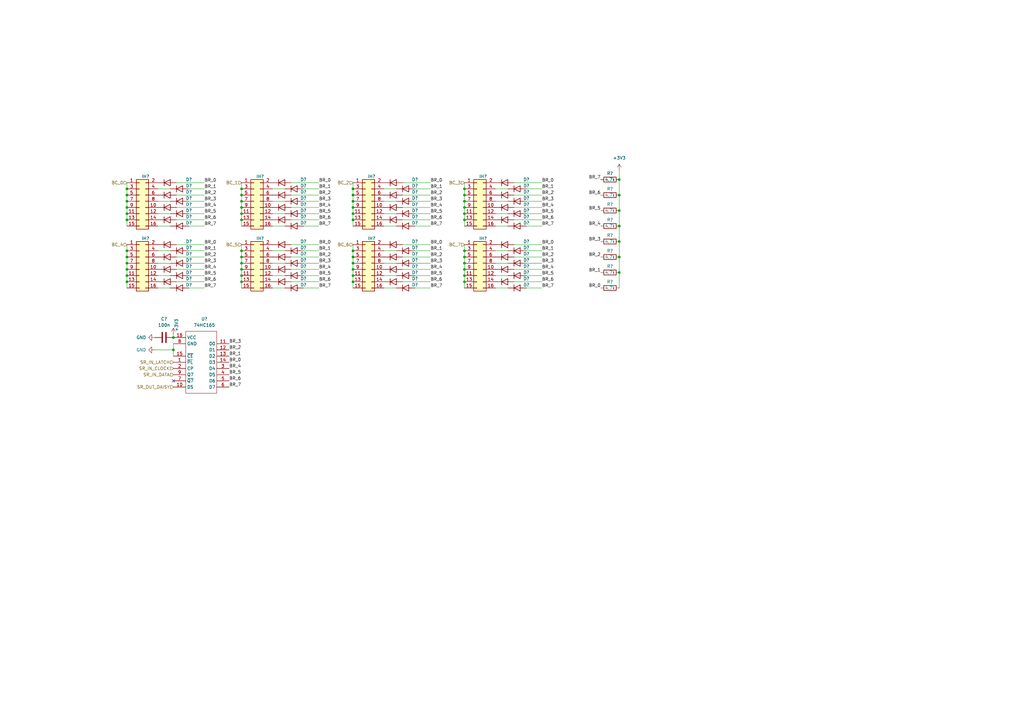
<source format=kicad_sch>
(kicad_sch (version 20211123) (generator eeschema)
  (paper "A3")
  (lib_symbols
    (symbol "Connector_Generic:Conn_02x08_Odd_Even" (pin_names (offset 1.016) hide)
      (property "Reference" "J" (at 1.27 10.16 0))
      (property "Value" "Conn_02x08_Odd_Even" (at 1.27 -12.7 0))
      (symbol "Conn_02x08_Odd_Even_1_1"
        (rectangle (start -1.27 -10.033) (end 0 -10.287) (stroke (width 0.1524)))
        (rectangle (start -1.27 -7.493) (end 0 -7.747) (stroke (width 0.1524)))
        (rectangle (start -1.27 -4.953) (end 0 -5.207) (stroke (width 0.1524)))
        (rectangle (start -1.27 -2.413) (end 0 -2.667) (stroke (width 0.1524)))
        (rectangle (start -1.27 0.127) (end 0 -0.127) (stroke (width 0.1524)))
        (rectangle (start -1.27 2.667) (end 0 2.413) (stroke (width 0.1524)))
        (rectangle (start -1.27 5.207) (end 0 4.953) (stroke (width 0.1524)))
        (rectangle (start -1.27 7.747) (end 0 7.493) (stroke (width 0.1524)))
        (rectangle (start -1.27 8.89) (end 3.81 -11.43) (stroke (width 0.254)) (fill (type background)))
        (rectangle (start 3.81 -10.033) (end 2.54 -10.287) (stroke (width 0.1524)))
        (rectangle (start 3.81 -7.493) (end 2.54 -7.747) (stroke (width 0.1524)))
        (rectangle (start 3.81 -4.953) (end 2.54 -5.207) (stroke (width 0.1524)))
        (rectangle (start 3.81 -2.413) (end 2.54 -2.667) (stroke (width 0.1524)))
        (rectangle (start 3.81 0.127) (end 2.54 -0.127) (stroke (width 0.1524)))
        (rectangle (start 3.81 2.667) (end 2.54 2.413) (stroke (width 0.1524)))
        (rectangle (start 3.81 5.207) (end 2.54 4.953) (stroke (width 0.1524)))
        (rectangle (start 3.81 7.747) (end 2.54 7.493) (stroke (width 0.1524)))
        (pin passive line (at -5.08 7.62 0) (length 3.81) (name "Pin_1") (number "1"))
        (pin passive line (at 7.62 -2.54 180) (length 3.81) (name "Pin_10") (number "10"))
        (pin passive line (at -5.08 -5.08 0) (length 3.81) (name "Pin_11") (number "11"))
        (pin passive line (at 7.62 -5.08 180) (length 3.81) (name "Pin_12") (number "12"))
        (pin passive line (at -5.08 -7.62 0) (length 3.81) (name "Pin_13") (number "13"))
        (pin passive line (at 7.62 -7.62 180) (length 3.81) (name "Pin_14") (number "14"))
        (pin passive line (at -5.08 -10.16 0) (length 3.81) (name "Pin_15") (number "15"))
        (pin passive line (at 7.62 -10.16 180) (length 3.81) (name "Pin_16") (number "16"))
        (pin passive line (at 7.62 7.62 180) (length 3.81) (name "Pin_2") (number "2"))
        (pin passive line (at -5.08 5.08 0) (length 3.81) (name "Pin_3") (number "3"))
        (pin passive line (at 7.62 5.08 180) (length 3.81) (name "Pin_4") (number "4"))
        (pin passive line (at -5.08 2.54 0) (length 3.81) (name "Pin_5") (number "5"))
        (pin passive line (at 7.62 2.54 180) (length 3.81) (name "Pin_6") (number "6"))
        (pin passive line (at -5.08 0 0) (length 3.81) (name "Pin_7") (number "7"))
        (pin passive line (at 7.62 0 180) (length 3.81) (name "Pin_8") (number "8"))
        (pin passive line (at -5.08 -2.54 0) (length 3.81) (name "Pin_9") (number "9"))
      )
    )
    (symbol "Device:C" (pin_numbers hide) (pin_names (offset 0.254))
      (property "Reference" "C" (at 0.635 2.54 0))
      (property "Value" "C" (at 0.635 -2.54 0))
      (symbol "C_0_1"
        (polyline (pts (xy -2.032 -0.762) (xy 2.032 -0.762)) (stroke (width 0.508)))
        (polyline (pts (xy -2.032 0.762) (xy 2.032 0.762)) (stroke (width 0.508)))
      )
      (symbol "C_1_1"
        (pin passive line (at 0 3.81 270) (length 2.794) (name "~") (number "1"))
        (pin passive line (at 0 -3.81 90) (length 2.794) (name "~") (number "2"))
      )
    )
    (symbol "Device:R" (pin_numbers hide) (pin_names (offset 0))
      (property "Reference" "R" (at 2.032 0 90))
      (property "Value" "R" (at 0 0 90))
      (symbol "R_0_1"
        (rectangle (start -1.016 -2.54) (end 1.016 2.54) (stroke (width 0.254)))
      )
      (symbol "R_1_1"
        (pin passive line (at 0 3.81 270) (length 1.27) (name "~") (number "1"))
        (pin passive line (at 0 -3.81 90) (length 1.27) (name "~") (number "2"))
      )
    )
    (symbol "Diode:1N4148WT" (pin_numbers hide) (pin_names (offset 1.016) hide)
      (property "Reference" "D" (at 0 2.54 0))
      (property "Value" "1N4148WT" (at 0 -2.54 0))
      (symbol "1N4148WT_0_1"
        (polyline (pts (xy -1.27 1.27) (xy -1.27 -1.27)) (stroke (width 0.254)))
        (polyline (pts (xy 1.27 0) (xy -1.27 0)))
        (polyline (pts (xy 1.27 1.27) (xy 1.27 -1.27) (xy -1.27 0) (xy 1.27 1.27)) (stroke (width 0.254)))
      )
      (symbol "1N4148WT_1_1"
        (pin passive line (at -3.81 0 0) (length 2.54) (name "K") (number "1"))
        (pin passive line (at 3.81 0 180) (length 2.54) (name "A") (number "2"))
      )
    )
    (symbol "igor_lib:74HC165"
      (property "Reference" "U?" (at 6.35 29.21 0))
      (property "Value" "74HC165" (at 6.35 26.67 0))
      (symbol "74HC165_1_0"
        (pin input line (at -5.08 12.7 0) (length 5.08) (name "~{PL}") (number "1"))
        (pin input line (at -5.08 2.54 0) (length 5.08) (name "DS") (number "10"))
        (pin input line (at 17.78 20.32 180) (length 5.08) (name "D0") (number "11"))
        (pin input line (at 17.78 17.78 180) (length 5.08) (name "D1") (number "12"))
        (pin input line (at 17.78 15.24 180) (length 5.08) (name "D2") (number "13"))
        (pin input line (at 17.78 12.7 180) (length 5.08) (name "D3") (number "14"))
        (pin input line (at -5.08 15.24 0) (length 5.08) (name "~{CE}") (number "15"))
        (pin power_in line (at -5.08 22.86 0) (length 5.08) (name "VCC") (number "16"))
        (pin input line (at -5.08 10.16 0) (length 5.08) (name "CP") (number "2"))
        (pin input line (at 17.78 10.16 180) (length 5.08) (name "D4") (number "3"))
        (pin input line (at 17.78 7.62 180) (length 5.08) (name "D5") (number "4"))
        (pin input line (at 17.78 5.08 180) (length 5.08) (name "D6") (number "5"))
        (pin input line (at 17.78 2.54 180) (length 5.08) (name "D7") (number "6"))
        (pin output line (at -5.08 5.08 0) (length 5.08) (name "~{Q7}") (number "7"))
        (pin power_in line (at -5.08 20.32 0) (length 5.08) (name "GND") (number "8"))
        (pin output line (at -5.08 7.62 0) (length 5.08) (name "Q7") (number "9"))
      )
      (symbol "74HC165_1_1"
        (rectangle (start 0 25.4) (end 12.7 0))
      )
    )
    (symbol "power:+3.3V" (power) (pin_names (offset 0))
      (property "Value" "+3.3V" (at 0 3.556 0))
      (symbol "+3.3V_0_1"
        (polyline (pts (xy -0.762 1.27) (xy 0 2.54)))
        (polyline (pts (xy 0 0) (xy 0 2.54)))
        (polyline (pts (xy 0 2.54) (xy 0.762 1.27)))
      )
      (symbol "+3.3V_1_1"
        (pin power_in line (at 0 0 90) (length 0) hide (name "+3V3") (number "1"))
      )
    )
    (symbol "power:GND" (power) (pin_names (offset 0))
      (property "Value" "GND" (at 0 -3.81 0))
      (symbol "GND_0_1"
        (polyline (pts (xy 0 0) (xy 0 -1.27) (xy 1.27 -1.27) (xy 0 -2.54) (xy -1.27 -1.27) (xy 0 -1.27)))
      )
      (symbol "GND_1_1"
        (pin power_in line (at 0 0 270) (length 0) hide (name "GND") (number "1"))
      )
    )
  )
  (junction (at 190.5 80.01))
  (junction (at 144.78 110.49))
  (junction (at 190.5 107.95))
  (junction (at 52.07 107.95))
  (junction (at 99.06 82.55))
  (junction (at 190.5 87.63))
  (junction (at 144.78 90.17))
  (junction (at 99.06 105.41))
  (junction (at 99.06 102.87))
  (junction (at 52.07 85.09))
  (junction (at 144.78 85.09))
  (junction (at 99.06 107.95))
  (junction (at 99.06 85.09))
  (junction (at 254 86.36))
  (junction (at 190.5 77.47))
  (junction (at 144.78 82.55))
  (junction (at 99.06 115.57))
  (junction (at 254 92.71))
  (junction (at 144.78 115.57))
  (junction (at 52.07 113.03))
  (junction (at 52.07 102.87))
  (junction (at 190.5 85.09))
  (junction (at 190.5 102.87))
  (junction (at 190.5 82.55))
  (junction (at 190.5 113.03))
  (junction (at 144.78 87.63))
  (junction (at 190.5 115.57))
  (junction (at 52.07 105.41))
  (junction (at 71.12 138.43))
  (junction (at 52.07 80.01))
  (junction (at 99.06 80.01))
  (junction (at 254 73.66))
  (junction (at 254 105.41))
  (junction (at 144.78 102.87))
  (junction (at 144.78 107.95))
  (junction (at 190.5 105.41))
  (junction (at 52.07 90.17))
  (junction (at 254 111.76))
  (junction (at 99.06 90.17))
  (junction (at 144.78 77.47))
  (junction (at 99.06 110.49))
  (junction (at 144.78 113.03))
  (junction (at 144.78 80.01))
  (junction (at 254 80.01))
  (junction (at 99.06 113.03))
  (junction (at 52.07 82.55))
  (junction (at 52.07 115.57))
  (junction (at 190.5 110.49))
  (junction (at 71.12 143.51))
  (junction (at 254 99.06))
  (junction (at 52.07 87.63))
  (junction (at 190.5 90.17))
  (junction (at 52.07 110.49))
  (junction (at 144.78 105.41))
  (junction (at 99.06 87.63))
  (junction (at 52.07 77.47))
  (junction (at 99.06 77.47))
  (no_connect (at 71.12 156.21))
  (wire (pts (xy 69.85 107.95) (xy 64.77 107.95)))
  (wire (pts (xy 119.38 105.41) (xy 130.81 105.41)))
  (wire (pts (xy 210.82 90.17) (xy 222.25 90.17)))
  (wire (pts (xy 69.85 102.87) (xy 64.77 102.87)))
  (wire (pts (xy 116.84 118.11) (xy 111.76 118.11)))
  (wire (pts (xy 52.07 110.49) (xy 52.07 113.03)))
  (wire (pts (xy 99.06 100.33) (xy 99.06 102.87)))
  (wire (pts (xy 63.5 143.51) (xy 71.12 143.51)))
  (wire (pts (xy 208.28 107.95) (xy 203.2 107.95)))
  (wire (pts (xy 210.82 74.93) (xy 222.25 74.93)))
  (wire (pts (xy 144.78 82.55) (xy 144.78 85.09)))
  (wire (pts (xy 99.06 90.17) (xy 99.06 92.71)))
  (wire (pts (xy 52.07 107.95) (xy 52.07 110.49)))
  (wire (pts (xy 116.84 77.47) (xy 111.76 77.47)))
  (wire (pts (xy 144.78 102.87) (xy 144.78 105.41)))
  (wire (pts (xy 215.9 102.87) (xy 222.25 102.87)))
  (wire (pts (xy 208.28 87.63) (xy 203.2 87.63)))
  (wire (pts (xy 72.39 115.57) (xy 83.82 115.57)))
  (wire (pts (xy 72.39 100.33) (xy 83.82 100.33)))
  (wire (pts (xy 190.5 90.17) (xy 190.5 92.71)))
  (wire (pts (xy 208.28 113.03) (xy 203.2 113.03)))
  (wire (pts (xy 215.9 82.55) (xy 222.25 82.55)))
  (wire (pts (xy 119.38 110.49) (xy 130.81 110.49)))
  (wire (pts (xy 119.38 90.17) (xy 130.81 90.17)))
  (wire (pts (xy 162.56 92.71) (xy 157.48 92.71)))
  (wire (pts (xy 210.82 100.33) (xy 222.25 100.33)))
  (wire (pts (xy 190.5 82.55) (xy 190.5 85.09)))
  (wire (pts (xy 77.47 107.95) (xy 83.82 107.95)))
  (wire (pts (xy 190.5 107.95) (xy 190.5 110.49)))
  (wire (pts (xy 77.47 87.63) (xy 83.82 87.63)))
  (wire (pts (xy 99.06 77.47) (xy 99.06 80.01)))
  (wire (pts (xy 190.5 100.33) (xy 190.5 102.87)))
  (wire (pts (xy 124.46 118.11) (xy 130.81 118.11)))
  (wire (pts (xy 190.5 105.41) (xy 190.5 107.95)))
  (wire (pts (xy 144.78 74.93) (xy 144.78 77.47)))
  (wire (pts (xy 215.9 118.11) (xy 222.25 118.11)))
  (wire (pts (xy 72.39 74.93) (xy 83.82 74.93)))
  (wire (pts (xy 119.38 85.09) (xy 130.81 85.09)))
  (wire (pts (xy 210.82 80.01) (xy 222.25 80.01)))
  (wire (pts (xy 116.84 113.03) (xy 111.76 113.03)))
  (wire (pts (xy 77.47 102.87) (xy 83.82 102.87)))
  (wire (pts (xy 190.5 113.03) (xy 190.5 115.57)))
  (wire (pts (xy 69.85 87.63) (xy 64.77 87.63)))
  (wire (pts (xy 71.12 143.51) (xy 71.12 146.05)))
  (wire (pts (xy 116.84 107.95) (xy 111.76 107.95)))
  (wire (pts (xy 144.78 80.01) (xy 144.78 82.55)))
  (wire (pts (xy 162.56 102.87) (xy 157.48 102.87)))
  (wire (pts (xy 208.28 92.71) (xy 203.2 92.71)))
  (wire (pts (xy 162.56 113.03) (xy 157.48 113.03)))
  (wire (pts (xy 52.07 87.63) (xy 52.07 90.17)))
  (wire (pts (xy 119.38 74.93) (xy 130.81 74.93)))
  (wire (pts (xy 52.07 82.55) (xy 52.07 85.09)))
  (wire (pts (xy 190.5 77.47) (xy 190.5 80.01)))
  (wire (pts (xy 165.1 90.17) (xy 176.53 90.17)))
  (wire (pts (xy 99.06 85.09) (xy 99.06 87.63)))
  (wire (pts (xy 116.84 92.71) (xy 111.76 92.71)))
  (wire (pts (xy 215.9 87.63) (xy 222.25 87.63)))
  (wire (pts (xy 144.78 115.57) (xy 144.78 118.11)))
  (wire (pts (xy 69.85 77.47) (xy 64.77 77.47)))
  (wire (pts (xy 210.82 85.09) (xy 222.25 85.09)))
  (wire (pts (xy 52.07 105.41) (xy 52.07 107.95)))
  (wire (pts (xy 144.78 77.47) (xy 144.78 80.01)))
  (wire (pts (xy 162.56 87.63) (xy 157.48 87.63)))
  (wire (pts (xy 170.18 107.95) (xy 176.53 107.95)))
  (wire (pts (xy 215.9 113.03) (xy 222.25 113.03)))
  (wire (pts (xy 69.85 113.03) (xy 64.77 113.03)))
  (wire (pts (xy 72.39 80.01) (xy 83.82 80.01)))
  (wire (pts (xy 99.06 87.63) (xy 99.06 90.17)))
  (wire (pts (xy 144.78 100.33) (xy 144.78 102.87)))
  (wire (pts (xy 119.38 100.33) (xy 130.81 100.33)))
  (wire (pts (xy 52.07 85.09) (xy 52.07 87.63)))
  (wire (pts (xy 99.06 113.03) (xy 99.06 115.57)))
  (wire (pts (xy 254 73.66) (xy 254 80.01)))
  (wire (pts (xy 52.07 115.57) (xy 52.07 118.11)))
  (wire (pts (xy 190.5 87.63) (xy 190.5 90.17)))
  (wire (pts (xy 99.06 115.57) (xy 99.06 118.11)))
  (wire (pts (xy 77.47 77.47) (xy 83.82 77.47)))
  (wire (pts (xy 165.1 115.57) (xy 176.53 115.57)))
  (wire (pts (xy 165.1 74.93) (xy 176.53 74.93)))
  (wire (pts (xy 71.12 140.97) (xy 71.12 143.51)))
  (wire (pts (xy 144.78 110.49) (xy 144.78 113.03)))
  (wire (pts (xy 162.56 107.95) (xy 157.48 107.95)))
  (wire (pts (xy 99.06 105.41) (xy 99.06 107.95)))
  (wire (pts (xy 99.06 110.49) (xy 99.06 113.03)))
  (wire (pts (xy 190.5 74.93) (xy 190.5 77.47)))
  (wire (pts (xy 208.28 82.55) (xy 203.2 82.55)))
  (wire (pts (xy 165.1 100.33) (xy 176.53 100.33)))
  (wire (pts (xy 144.78 90.17) (xy 144.78 92.71)))
  (wire (pts (xy 162.56 82.55) (xy 157.48 82.55)))
  (wire (pts (xy 144.78 105.41) (xy 144.78 107.95)))
  (wire (pts (xy 210.82 105.41) (xy 222.25 105.41)))
  (wire (pts (xy 162.56 118.11) (xy 157.48 118.11)))
  (wire (pts (xy 99.06 102.87) (xy 99.06 105.41)))
  (wire (pts (xy 210.82 115.57) (xy 222.25 115.57)))
  (wire (pts (xy 99.06 74.93) (xy 99.06 77.47)))
  (wire (pts (xy 170.18 77.47) (xy 176.53 77.47)))
  (wire (pts (xy 52.07 74.93) (xy 52.07 77.47)))
  (wire (pts (xy 77.47 82.55) (xy 83.82 82.55)))
  (wire (pts (xy 124.46 92.71) (xy 130.81 92.71)))
  (wire (pts (xy 144.78 107.95) (xy 144.78 110.49)))
  (wire (pts (xy 116.84 82.55) (xy 111.76 82.55)))
  (wire (pts (xy 215.9 77.47) (xy 222.25 77.47)))
  (wire (pts (xy 116.84 87.63) (xy 111.76 87.63)))
  (wire (pts (xy 52.07 77.47) (xy 52.07 80.01)))
  (wire (pts (xy 215.9 92.71) (xy 222.25 92.71)))
  (wire (pts (xy 170.18 92.71) (xy 176.53 92.71)))
  (wire (pts (xy 119.38 115.57) (xy 130.81 115.57)))
  (wire (pts (xy 165.1 105.41) (xy 176.53 105.41)))
  (wire (pts (xy 77.47 113.03) (xy 83.82 113.03)))
  (wire (pts (xy 52.07 90.17) (xy 52.07 92.71)))
  (wire (pts (xy 124.46 102.87) (xy 130.81 102.87)))
  (wire (pts (xy 208.28 102.87) (xy 203.2 102.87)))
  (wire (pts (xy 124.46 82.55) (xy 130.81 82.55)))
  (wire (pts (xy 170.18 87.63) (xy 176.53 87.63)))
  (wire (pts (xy 52.07 102.87) (xy 52.07 105.41)))
  (wire (pts (xy 52.07 80.01) (xy 52.07 82.55)))
  (wire (pts (xy 124.46 113.03) (xy 130.81 113.03)))
  (wire (pts (xy 72.39 110.49) (xy 83.82 110.49)))
  (wire (pts (xy 69.85 118.11) (xy 64.77 118.11)))
  (wire (pts (xy 72.39 85.09) (xy 83.82 85.09)))
  (wire (pts (xy 69.85 82.55) (xy 64.77 82.55)))
  (wire (pts (xy 254 105.41) (xy 254 111.76)))
  (wire (pts (xy 254 86.36) (xy 254 92.71)))
  (wire (pts (xy 254 99.06) (xy 254 105.41)))
  (wire (pts (xy 99.06 82.55) (xy 99.06 85.09)))
  (wire (pts (xy 170.18 102.87) (xy 176.53 102.87)))
  (wire (pts (xy 165.1 110.49) (xy 176.53 110.49)))
  (wire (pts (xy 254 80.01) (xy 254 86.36)))
  (wire (pts (xy 99.06 107.95) (xy 99.06 110.49)))
  (wire (pts (xy 190.5 85.09) (xy 190.5 87.63)))
  (wire (pts (xy 254 111.76) (xy 254 118.11)))
  (wire (pts (xy 190.5 102.87) (xy 190.5 105.41)))
  (wire (pts (xy 190.5 110.49) (xy 190.5 113.03)))
  (wire (pts (xy 116.84 102.87) (xy 111.76 102.87)))
  (wire (pts (xy 71.12 137.16) (xy 71.12 138.43)))
  (wire (pts (xy 144.78 113.03) (xy 144.78 115.57)))
  (wire (pts (xy 144.78 85.09) (xy 144.78 87.63)))
  (wire (pts (xy 170.18 118.11) (xy 176.53 118.11)))
  (wire (pts (xy 165.1 80.01) (xy 176.53 80.01)))
  (wire (pts (xy 208.28 77.47) (xy 203.2 77.47)))
  (wire (pts (xy 52.07 113.03) (xy 52.07 115.57)))
  (wire (pts (xy 72.39 105.41) (xy 83.82 105.41)))
  (wire (pts (xy 215.9 107.95) (xy 222.25 107.95)))
  (wire (pts (xy 52.07 100.33) (xy 52.07 102.87)))
  (wire (pts (xy 254 69.85) (xy 254 73.66)))
  (wire (pts (xy 119.38 80.01) (xy 130.81 80.01)))
  (wire (pts (xy 77.47 118.11) (xy 83.82 118.11)))
  (wire (pts (xy 190.5 80.01) (xy 190.5 82.55)))
  (wire (pts (xy 144.78 87.63) (xy 144.78 90.17)))
  (wire (pts (xy 165.1 85.09) (xy 176.53 85.09)))
  (wire (pts (xy 190.5 115.57) (xy 190.5 118.11)))
  (wire (pts (xy 170.18 82.55) (xy 176.53 82.55)))
  (wire (pts (xy 69.85 92.71) (xy 64.77 92.71)))
  (wire (pts (xy 170.18 113.03) (xy 176.53 113.03)))
  (wire (pts (xy 162.56 77.47) (xy 157.48 77.47)))
  (wire (pts (xy 124.46 107.95) (xy 130.81 107.95)))
  (wire (pts (xy 208.28 118.11) (xy 203.2 118.11)))
  (wire (pts (xy 254 92.71) (xy 254 99.06)))
  (wire (pts (xy 99.06 80.01) (xy 99.06 82.55)))
  (wire (pts (xy 124.46 87.63) (xy 130.81 87.63)))
  (wire (pts (xy 72.39 90.17) (xy 83.82 90.17)))
  (wire (pts (xy 77.47 92.71) (xy 83.82 92.71)))
  (wire (pts (xy 210.82 110.49) (xy 222.25 110.49)))
  (wire (pts (xy 124.46 77.47) (xy 130.81 77.47)))
  (label "BR_5" (at 130.81 87.63 0))
  (label "BR_6" (at 176.53 115.57 0))
  (label "BR_0" (at 222.25 74.93 0))
  (label "BR_2" (at 83.82 105.41 0))
  (label "BR_7" (at 222.25 118.11 0))
  (label "BR_4" (at 176.53 110.49 0))
  (label "BR_2" (at 222.25 80.01 0))
  (label "BR_5" (at 93.98 153.67 0))
  (label "BR_7" (at 176.53 118.11 0))
  (label "BR_5" (at 222.25 113.03 0))
  (label "BR_7" (at 93.98 158.75 0))
  (label "BR_3" (at 83.82 82.55 0))
  (label "BR_0" (at 176.53 100.33 0))
  (label "BR_6" (at 83.82 90.17 0))
  (label "BR_1" (at 83.82 102.87 0))
  (label "BR_3" (at 83.82 107.95 0))
  (label "BR_5" (at 83.82 87.63 0))
  (label "BR_1" (at 93.98 146.05 0))
  (label "BR_4" (at 246.38 92.71 180))
  (label "BR_7" (at 130.81 92.71 0))
  (label "BR_0" (at 130.81 74.93 0))
  (label "BR_3" (at 222.25 107.95 0))
  (label "BR_6" (at 176.53 90.17 0))
  (label "BR_1" (at 176.53 77.47 0))
  (label "BR_2" (at 130.81 105.41 0))
  (label "BR_3" (at 246.38 99.06 180))
  (label "BR_6" (at 83.82 115.57 0))
  (label "BR_4" (at 93.98 151.13 0))
  (label "BR_1" (at 246.38 111.76 180))
  (label "BR_6" (at 222.25 90.17 0))
  (label "BR_6" (at 93.98 156.21 0))
  (label "BR_1" (at 83.82 77.47 0))
  (label "BR_4" (at 130.81 110.49 0))
  (label "BR_5" (at 222.25 87.63 0))
  (label "BR_2" (at 130.81 80.01 0))
  (label "BR_1" (at 176.53 102.87 0))
  (label "BR_1" (at 222.25 77.47 0))
  (label "BR_0" (at 176.53 74.93 0))
  (label "BR_0" (at 83.82 74.93 0))
  (label "BR_7" (at 176.53 92.71 0))
  (label "BR_2" (at 83.82 80.01 0))
  (label "BR_4" (at 130.81 85.09 0))
  (label "BR_0" (at 83.82 100.33 0))
  (label "BR_2" (at 246.38 105.41 180))
  (label "BR_3" (at 222.25 82.55 0))
  (label "BR_4" (at 83.82 110.49 0))
  (label "BR_4" (at 176.53 85.09 0))
  (label "BR_4" (at 83.82 85.09 0))
  (label "BR_4" (at 222.25 85.09 0))
  (label "BR_6" (at 130.81 90.17 0))
  (label "BR_3" (at 176.53 82.55 0))
  (label "BR_6" (at 246.38 80.01 180))
  (label "BR_5" (at 176.53 113.03 0))
  (label "BR_7" (at 222.25 92.71 0))
  (label "BR_1" (at 222.25 102.87 0))
  (label "BR_2" (at 176.53 80.01 0))
  (label "BR_3" (at 93.98 140.97 0))
  (label "BR_0" (at 130.81 100.33 0))
  (label "BR_1" (at 130.81 77.47 0))
  (label "BR_1" (at 130.81 102.87 0))
  (label "BR_5" (at 246.38 86.36 180))
  (label "BR_7" (at 83.82 118.11 0))
  (label "BR_4" (at 222.25 110.49 0))
  (label "BR_0" (at 246.38 118.11 180))
  (label "BR_2" (at 93.98 143.51 0))
  (label "BR_2" (at 222.25 105.41 0))
  (label "BR_5" (at 83.82 113.03 0))
  (label "BR_7" (at 246.38 73.66 180))
  (label "BR_5" (at 176.53 87.63 0))
  (label "BR_3" (at 130.81 82.55 0))
  (label "BR_0" (at 93.98 148.59 0))
  (label "BR_2" (at 176.53 105.41 0))
  (label "BR_7" (at 130.81 118.11 0))
  (label "BR_7" (at 83.82 92.71 0))
  (label "BR_3" (at 130.81 107.95 0))
  (label "BR_6" (at 222.25 115.57 0))
  (label "BR_5" (at 130.81 113.03 0))
  (label "BR_0" (at 222.25 100.33 0))
  (label "BR_6" (at 130.81 115.57 0))
  (label "BR_3" (at 176.53 107.95 0))
  (hierarchical_label "BC_0" (shape input) (at 52.07 74.93 180))
  (hierarchical_label "SR_IN_LATCH" (shape input) (at 71.12 148.59 180))
  (hierarchical_label "SR_IN_DATA" (shape input) (at 71.12 153.67 180))
  (hierarchical_label "BC_1" (shape input) (at 99.06 74.93 180))
  (hierarchical_label "BC_7" (shape input) (at 190.5 100.33 180))
  (hierarchical_label "SR_OUT_DAISY" (shape input) (at 71.12 158.75 180))
  (hierarchical_label "SR_IN_CLOCK" (shape input) (at 71.12 151.13 180))
  (hierarchical_label "BC_2" (shape input) (at 144.78 74.93 180))
  (hierarchical_label "BC_6" (shape input) (at 144.78 100.33 180))
  (hierarchical_label "BC_4" (shape input) (at 52.07 100.33 180))
  (hierarchical_label "BC_3" (shape input) (at 190.5 74.93 180))
  (hierarchical_label "BC_5" (shape input) (at 99.06 100.33 180))
  (symbol (lib_id "Connector_Generic:Conn_02x08_Odd_Even") (at 195.58 107.95 0) (unit 1)
    (property "Reference" "IH?" (at 198.12 97.79 0))
  )
  (symbol (lib_id "Diode:1N4148WT") (at 68.58 100.33 0) (unit 1)
    (property "Reference" "D?" (at 77.47 99.06 0))
    (property "Datasheet" "https://www.diodes.com/assets/Datasheets/ds30396.pdf" (effects hide))
    (property "LCSC" "C232841" (effects hide))
  )
  (symbol (lib_id "Diode:1N4148WT") (at 212.09 118.11 0) (unit 1)
    (property "Reference" "D?" (at 215.9 116.84 0))
    (property "Datasheet" "https://www.diodes.com/assets/Datasheets/ds30396.pdf" (effects hide))
    (property "LCSC" "C232841" (effects hide))
  )
  (symbol (lib_id "Diode:1N4148WT") (at 207.01 90.17 0) (unit 1)
    (property "Reference" "D?" (at 215.9 88.9 0))
    (property "Datasheet" "https://www.diodes.com/assets/Datasheets/ds30396.pdf" (effects hide))
    (property "LCSC" "C232841" (effects hide))
  )
  (symbol (lib_id "Diode:1N4148WT") (at 73.66 113.03 0) (unit 1)
    (property "Reference" "D?" (at 77.47 111.76 0))
    (property "Datasheet" "https://www.diodes.com/assets/Datasheets/ds30396.pdf" (effects hide))
    (property "LCSC" "C232841" (effects hide))
  )
  (symbol (lib_id "Diode:1N4148WT") (at 120.65 92.71 0) (unit 1)
    (property "Reference" "D?" (at 124.46 91.44 0))
    (property "Datasheet" "https://www.diodes.com/assets/Datasheets/ds30396.pdf" (effects hide))
    (property "LCSC" "C232841" (effects hide))
  )
  (symbol (lib_id "Diode:1N4148WT") (at 73.66 82.55 0) (unit 1)
    (property "Reference" "D?" (at 77.47 81.28 0))
    (property "Datasheet" "https://www.diodes.com/assets/Datasheets/ds30396.pdf" (effects hide))
    (property "LCSC" "C232841" (effects hide))
  )
  (symbol (lib_id "Device:R") (at 250.19 99.06 90) (unit 1)
    (property "Reference" "R?" (at 250.19 96.52 90))
    (property "Value" "4.7k" (at 250.19 99.06 90))
    (property "Footprint" "Resistor_SMD:R_0402_1005Metric" (effects hide))
    (property "LCSC" "C25900" (effects hide))
  )
  (symbol (lib_id "Connector_Generic:Conn_02x08_Odd_Even") (at 104.14 107.95 0) (unit 1)
    (property "Reference" "IH?" (at 106.68 97.79 0))
  )
  (symbol (lib_id "Diode:1N4148WT") (at 207.01 110.49 0) (unit 1)
    (property "Reference" "D?" (at 215.9 109.22 0))
    (property "Datasheet" "https://www.diodes.com/assets/Datasheets/ds30396.pdf" (effects hide))
    (property "LCSC" "C232841" (effects hide))
  )
  (symbol (lib_id "Diode:1N4148WT") (at 68.58 90.17 0) (unit 1)
    (property "Reference" "D?" (at 77.47 88.9 0))
    (property "Datasheet" "https://www.diodes.com/assets/Datasheets/ds30396.pdf" (effects hide))
    (property "LCSC" "C232841" (effects hide))
  )
  (symbol (lib_id "Diode:1N4148WT") (at 212.09 77.47 0) (unit 1)
    (property "Reference" "D?" (at 215.9 76.2 0))
    (property "Datasheet" "https://www.diodes.com/assets/Datasheets/ds30396.pdf" (effects hide))
    (property "LCSC" "C232841" (effects hide))
  )
  (symbol (lib_id "Diode:1N4148WT") (at 161.29 74.93 0) (unit 1)
    (property "Reference" "D?" (at 170.18 73.66 0))
    (property "Datasheet" "https://www.diodes.com/assets/Datasheets/ds30396.pdf" (effects hide))
    (property "LCSC" "C232841" (effects hide))
  )
  (symbol (lib_id "Device:R") (at 250.19 80.01 90) (unit 1)
    (property "Reference" "R?" (at 250.19 77.47 90))
    (property "Value" "4.7k" (at 250.19 80.01 90))
    (property "Footprint" "Resistor_SMD:R_0402_1005Metric" (effects hide))
    (property "LCSC" "C25900" (effects hide))
  )
  (symbol (lib_id "Diode:1N4148WT") (at 68.58 80.01 0) (unit 1)
    (property "Reference" "D?" (at 77.47 78.74 0))
    (property "Datasheet" "https://www.diodes.com/assets/Datasheets/ds30396.pdf" (effects hide))
    (property "LCSC" "C232841" (effects hide))
  )
  (symbol (lib_id "Diode:1N4148WT") (at 161.29 115.57 0) (unit 1)
    (property "Reference" "D?" (at 170.18 114.3 0))
    (property "Datasheet" "https://www.diodes.com/assets/Datasheets/ds30396.pdf" (effects hide))
    (property "LCSC" "C232841" (effects hide))
  )
  (symbol (lib_id "Diode:1N4148WT") (at 212.09 113.03 0) (unit 1)
    (property "Reference" "D?" (at 215.9 111.76 0))
    (property "Datasheet" "https://www.diodes.com/assets/Datasheets/ds30396.pdf" (effects hide))
    (property "LCSC" "C232841" (effects hide))
  )
  (symbol (lib_id "Device:R") (at 250.19 111.76 90) (unit 1)
    (property "Reference" "R?" (at 250.19 109.22 90))
    (property "Value" "4.7k" (at 250.19 111.76 90))
    (property "Footprint" "Resistor_SMD:R_0402_1005Metric" (effects hide))
    (property "LCSC" "C25900" (effects hide))
  )
  (symbol (lib_id "Diode:1N4148WT") (at 207.01 85.09 0) (unit 1)
    (property "Reference" "D?" (at 215.9 83.82 0))
    (property "Datasheet" "https://www.diodes.com/assets/Datasheets/ds30396.pdf" (effects hide))
    (property "LCSC" "C232841" (effects hide))
  )
  (symbol (lib_id "Diode:1N4148WT") (at 161.29 80.01 0) (unit 1)
    (property "Reference" "D?" (at 170.18 78.74 0))
    (property "Datasheet" "https://www.diodes.com/assets/Datasheets/ds30396.pdf" (effects hide))
    (property "LCSC" "C232841" (effects hide))
  )
  (symbol (lib_id "Diode:1N4148WT") (at 115.57 110.49 0) (unit 1)
    (property "Reference" "D?" (at 124.46 109.22 0))
    (property "Datasheet" "https://www.diodes.com/assets/Datasheets/ds30396.pdf" (effects hide))
    (property "LCSC" "C232841" (effects hide))
  )
  (symbol (lib_id "Diode:1N4148WT") (at 68.58 85.09 0) (unit 1)
    (property "Reference" "D?" (at 77.47 83.82 0))
    (property "Datasheet" "https://www.diodes.com/assets/Datasheets/ds30396.pdf" (effects hide))
    (property "LCSC" "C232841" (effects hide))
  )
  (symbol (lib_id "Diode:1N4148WT") (at 207.01 115.57 0) (unit 1)
    (property "Reference" "D?" (at 215.9 114.3 0))
    (property "Datasheet" "https://www.diodes.com/assets/Datasheets/ds30396.pdf" (effects hide))
    (property "LCSC" "C232841" (effects hide))
  )
  (symbol (lib_id "Diode:1N4148WT") (at 73.66 102.87 0) (unit 1)
    (property "Reference" "D?" (at 77.47 101.6 0))
    (property "Datasheet" "https://www.diodes.com/assets/Datasheets/ds30396.pdf" (effects hide))
    (property "LCSC" "C232841" (effects hide))
  )
  (symbol (lib_id "Connector_Generic:Conn_02x08_Odd_Even") (at 104.14 82.55 0) (unit 1)
    (property "Reference" "IH?" (at 106.68 72.39 0))
  )
  (symbol (lib_id "Diode:1N4148WT") (at 207.01 100.33 0) (unit 1)
    (property "Reference" "D?" (at 215.9 99.06 0))
    (property "Datasheet" "https://www.diodes.com/assets/Datasheets/ds30396.pdf" (effects hide))
    (property "LCSC" "C232841" (effects hide))
  )
  (symbol (lib_id "Diode:1N4148WT") (at 166.37 113.03 0) (unit 1)
    (property "Reference" "D?" (at 170.18 111.76 0))
    (property "Datasheet" "https://www.diodes.com/assets/Datasheets/ds30396.pdf" (effects hide))
    (property "LCSC" "C232841" (effects hide))
  )
  (symbol (lib_id "Diode:1N4148WT") (at 115.57 105.41 0) (unit 1)
    (property "Reference" "D?" (at 124.46 104.14 0))
    (property "Datasheet" "https://www.diodes.com/assets/Datasheets/ds30396.pdf" (effects hide))
    (property "LCSC" "C232841" (effects hide))
  )
  (symbol (lib_id "Diode:1N4148WT") (at 120.65 113.03 0) (unit 1)
    (property "Reference" "D?" (at 124.46 111.76 0))
    (property "Datasheet" "https://www.diodes.com/assets/Datasheets/ds30396.pdf" (effects hide))
    (property "LCSC" "C232841" (effects hide))
  )
  (symbol (lib_id "Device:R") (at 250.19 105.41 90) (unit 1)
    (property "Reference" "R?" (at 250.19 102.87 90))
    (property "Value" "4.7k" (at 250.19 105.41 90))
    (property "Footprint" "Resistor_SMD:R_0402_1005Metric" (effects hide))
    (property "LCSC" "C25900" (effects hide))
  )
  (symbol (lib_id "power:GND") (at 63.5 138.43 270) (unit 1)
    (property "Reference" "#PWR?" (effects hide))
    (property "Value" "GND" (at 55.88 138.43 90) (effects (justify left)))
  )
  (symbol (lib_id "Diode:1N4148WT") (at 68.58 115.57 0) (unit 1)
    (property "Reference" "D?" (at 77.47 114.3 0))
    (property "Datasheet" "https://www.diodes.com/assets/Datasheets/ds30396.pdf" (effects hide))
    (property "LCSC" "C232841" (effects hide))
  )
  (symbol (lib_id "igor_lib:74HC165") (at 76.2 161.29 0) (unit 1)
    (property "Reference" "U?" (at 83.82 130.81 0))
    (property "Value" "74HC165" (at 83.82 133.35 0))
    (property "Footprint" "Package_SO:SO-16_3.9x9.9mm_P1.27mm" (effects hide))
    (property "LCSC" "C5613" (effects hide))
  )
  (symbol (lib_id "Device:C") (at 67.31 138.43 90) (unit 1)
    (property "Reference" "C?" (at 67.31 130.81 90))
    (property "Value" "100n" (at 67.31 133.35 90))
    (property "Footprint" "Capacitor_SMD:C_0402_1005Metric" (effects hide))
    (property "LCSC" "C1525" (effects hide))
  )
  (symbol (lib_id "Diode:1N4148WT") (at 68.58 110.49 0) (unit 1)
    (property "Reference" "D?" (at 77.47 109.22 0))
    (property "Datasheet" "https://www.diodes.com/assets/Datasheets/ds30396.pdf" (effects hide))
    (property "LCSC" "C232841" (effects hide))
  )
  (symbol (lib_id "Diode:1N4148WT") (at 166.37 77.47 0) (unit 1)
    (property "Reference" "D?" (at 170.18 76.2 0))
    (property "Datasheet" "https://www.diodes.com/assets/Datasheets/ds30396.pdf" (effects hide))
    (property "LCSC" "C232841" (effects hide))
  )
  (symbol (lib_id "Diode:1N4148WT") (at 68.58 74.93 0) (unit 1)
    (property "Reference" "D?" (at 77.47 73.66 0))
    (property "Datasheet" "https://www.diodes.com/assets/Datasheets/ds30396.pdf" (effects hide))
    (property "LCSC" "C232841" (effects hide))
  )
  (symbol (lib_id "Diode:1N4148WT") (at 120.65 82.55 0) (unit 1)
    (property "Reference" "D?" (at 124.46 81.28 0))
    (property "Datasheet" "https://www.diodes.com/assets/Datasheets/ds30396.pdf" (effects hide))
    (property "LCSC" "C232841" (effects hide))
  )
  (symbol (lib_id "Diode:1N4148WT") (at 73.66 118.11 0) (unit 1)
    (property "Reference" "D?" (at 77.47 116.84 0))
    (property "Datasheet" "https://www.diodes.com/assets/Datasheets/ds30396.pdf" (effects hide))
    (property "LCSC" "C232841" (effects hide))
  )
  (symbol (lib_id "Diode:1N4148WT") (at 73.66 77.47 0) (unit 1)
    (property "Reference" "D?" (at 77.47 76.2 0))
    (property "Datasheet" "https://www.diodes.com/assets/Datasheets/ds30396.pdf" (effects hide))
    (property "LCSC" "C232841" (effects hide))
  )
  (symbol (lib_id "Diode:1N4148WT") (at 161.29 105.41 0) (unit 1)
    (property "Reference" "D?" (at 170.18 104.14 0))
    (property "Datasheet" "https://www.diodes.com/assets/Datasheets/ds30396.pdf" (effects hide))
    (property "LCSC" "C232841" (effects hide))
  )
  (symbol (lib_id "Diode:1N4148WT") (at 115.57 85.09 0) (unit 1)
    (property "Reference" "D?" (at 124.46 83.82 0))
    (property "Datasheet" "https://www.diodes.com/assets/Datasheets/ds30396.pdf" (effects hide))
    (property "LCSC" "C232841" (effects hide))
  )
  (symbol (lib_id "Diode:1N4148WT") (at 120.65 77.47 0) (unit 1)
    (property "Reference" "D?" (at 124.46 76.2 0))
    (property "Datasheet" "https://www.diodes.com/assets/Datasheets/ds30396.pdf" (effects hide))
    (property "LCSC" "C232841" (effects hide))
  )
  (symbol (lib_id "Device:R") (at 250.19 86.36 90) (unit 1)
    (property "Reference" "R?" (at 250.19 83.82 90))
    (property "Value" "4.7k" (at 250.19 86.36 90))
    (property "Footprint" "Resistor_SMD:R_0402_1005Metric" (effects hide))
    (property "LCSC" "C25900" (effects hide))
  )
  (symbol (lib_id "Device:R") (at 250.19 92.71 90) (unit 1)
    (property "Reference" "R?" (at 250.19 90.17 90))
    (property "Value" "4.7k" (at 250.19 92.71 90))
    (property "Footprint" "Resistor_SMD:R_0402_1005Metric" (effects hide))
    (property "LCSC" "C25900" (effects hide))
  )
  (symbol (lib_id "Diode:1N4148WT") (at 161.29 85.09 0) (unit 1)
    (property "Reference" "D?" (at 170.18 83.82 0))
    (property "Datasheet" "https://www.diodes.com/assets/Datasheets/ds30396.pdf" (effects hide))
    (property "LCSC" "C232841" (effects hide))
  )
  (symbol (lib_id "Diode:1N4148WT") (at 120.65 102.87 0) (unit 1)
    (property "Reference" "D?" (at 124.46 101.6 0))
    (property "Datasheet" "https://www.diodes.com/assets/Datasheets/ds30396.pdf" (effects hide))
    (property "LCSC" "C232841" (effects hide))
  )
  (symbol (lib_id "Diode:1N4148WT") (at 68.58 105.41 0) (unit 1)
    (property "Reference" "D?" (at 77.47 104.14 0))
    (property "Datasheet" "https://www.diodes.com/assets/Datasheets/ds30396.pdf" (effects hide))
    (property "LCSC" "C232841" (effects hide))
  )
  (symbol (lib_id "Connector_Generic:Conn_02x08_Odd_Even") (at 57.15 82.55 0) (unit 1)
    (property "Reference" "IH?" (at 59.69 72.39 0))
  )
  (symbol (lib_id "Diode:1N4148WT") (at 166.37 107.95 0) (unit 1)
    (property "Reference" "D?" (at 170.18 106.68 0))
    (property "Datasheet" "https://www.diodes.com/assets/Datasheets/ds30396.pdf" (effects hide))
    (property "LCSC" "C232841" (effects hide))
  )
  (symbol (lib_id "power:GND") (at 63.5 143.51 270) (unit 1)
    (property "Reference" "#PWR?" (effects hide))
    (property "Value" "GND" (at 55.88 143.51 90) (effects (justify left)))
  )
  (symbol (lib_id "Diode:1N4148WT") (at 115.57 100.33 0) (unit 1)
    (property "Reference" "D?" (at 124.46 99.06 0))
    (property "Datasheet" "https://www.diodes.com/assets/Datasheets/ds30396.pdf" (effects hide))
    (property "LCSC" "C232841" (effects hide))
  )
  (symbol (lib_id "Device:R") (at 250.19 73.66 90) (unit 1)
    (property "Reference" "R?" (at 250.19 71.12 90))
    (property "Value" "4.7k" (at 250.19 73.66 90))
    (property "Footprint" "Resistor_SMD:R_0402_1005Metric" (effects hide))
    (property "LCSC" "C25900" (effects hide))
  )
  (symbol (lib_id "Diode:1N4148WT") (at 166.37 82.55 0) (unit 1)
    (property "Reference" "D?" (at 170.18 81.28 0))
    (property "Datasheet" "https://www.diodes.com/assets/Datasheets/ds30396.pdf" (effects hide))
    (property "LCSC" "C232841" (effects hide))
  )
  (symbol (lib_id "Diode:1N4148WT") (at 212.09 82.55 0) (unit 1)
    (property "Reference" "D?" (at 215.9 81.28 0))
    (property "Datasheet" "https://www.diodes.com/assets/Datasheets/ds30396.pdf" (effects hide))
    (property "LCSC" "C232841" (effects hide))
  )
  (symbol (lib_id "Diode:1N4148WT") (at 166.37 102.87 0) (unit 1)
    (property "Reference" "D?" (at 170.18 101.6 0))
    (property "Datasheet" "https://www.diodes.com/assets/Datasheets/ds30396.pdf" (effects hide))
    (property "LCSC" "C232841" (effects hide))
  )
  (symbol (lib_id "Connector_Generic:Conn_02x08_Odd_Even") (at 149.86 82.55 0) (unit 1)
    (property "Reference" "IH?" (at 152.4 72.39 0))
  )
  (symbol (lib_id "Diode:1N4148WT") (at 115.57 80.01 0) (unit 1)
    (property "Reference" "D?" (at 124.46 78.74 0))
    (property "Datasheet" "https://www.diodes.com/assets/Datasheets/ds30396.pdf" (effects hide))
    (property "LCSC" "C232841" (effects hide))
  )
  (symbol (lib_id "Diode:1N4148WT") (at 212.09 87.63 0) (unit 1)
    (property "Reference" "D?" (at 215.9 86.36 0))
    (property "Datasheet" "https://www.diodes.com/assets/Datasheets/ds30396.pdf" (effects hide))
    (property "LCSC" "C232841" (effects hide))
  )
  (symbol (lib_id "Diode:1N4148WT") (at 73.66 107.95 0) (unit 1)
    (property "Reference" "D?" (at 77.47 106.68 0))
    (property "Datasheet" "https://www.diodes.com/assets/Datasheets/ds30396.pdf" (effects hide))
    (property "LCSC" "C232841" (effects hide))
  )
  (symbol (lib_id "Diode:1N4148WT") (at 115.57 115.57 0) (unit 1)
    (property "Reference" "D?" (at 124.46 114.3 0))
    (property "Datasheet" "https://www.diodes.com/assets/Datasheets/ds30396.pdf" (effects hide))
    (property "LCSC" "C232841" (effects hide))
  )
  (symbol (lib_id "Diode:1N4148WT") (at 207.01 74.93 0) (unit 1)
    (property "Reference" "D?" (at 215.9 73.66 0))
    (property "Datasheet" "https://www.diodes.com/assets/Datasheets/ds30396.pdf" (effects hide))
    (property "LCSC" "C232841" (effects hide))
  )
  (symbol (lib_id "Diode:1N4148WT") (at 166.37 92.71 0) (unit 1)
    (property "Reference" "D?" (at 170.18 91.44 0))
    (property "Datasheet" "https://www.diodes.com/assets/Datasheets/ds30396.pdf" (effects hide))
    (property "LCSC" "C232841" (effects hide))
  )
  (symbol (lib_id "Diode:1N4148WT") (at 212.09 102.87 0) (unit 1)
    (property "Reference" "D?" (at 215.9 101.6 0))
    (property "Datasheet" "https://www.diodes.com/assets/Datasheets/ds30396.pdf" (effects hide))
    (property "LCSC" "C232841" (effects hide))
  )
  (symbol (lib_id "Diode:1N4148WT") (at 212.09 107.95 0) (unit 1)
    (property "Reference" "D?" (at 215.9 106.68 0))
    (property "Datasheet" "https://www.diodes.com/assets/Datasheets/ds30396.pdf" (effects hide))
    (property "LCSC" "C232841" (effects hide))
  )
  (symbol (lib_id "power:+3.3V") (at 254 69.85 0) (unit 1)
    (property "Reference" "#PWR?" (effects hide))
    (property "Value" "+3.3V" (at 254 64.77 0))
  )
  (symbol (lib_id "Diode:1N4148WT") (at 161.29 90.17 0) (unit 1)
    (property "Reference" "D?" (at 170.18 88.9 0))
    (property "Datasheet" "https://www.diodes.com/assets/Datasheets/ds30396.pdf" (effects hide))
    (property "LCSC" "C232841" (effects hide))
  )
  (symbol (lib_id "Diode:1N4148WT") (at 207.01 105.41 0) (unit 1)
    (property "Reference" "D?" (at 215.9 104.14 0))
    (property "Datasheet" "https://www.diodes.com/assets/Datasheets/ds30396.pdf" (effects hide))
    (property "LCSC" "C232841" (effects hide))
  )
  (symbol (lib_id "Diode:1N4148WT") (at 161.29 100.33 0) (unit 1)
    (property "Reference" "D?" (at 170.18 99.06 0))
    (property "Datasheet" "https://www.diodes.com/assets/Datasheets/ds30396.pdf" (effects hide))
    (property "LCSC" "C232841" (effects hide))
  )
  (symbol (lib_id "Diode:1N4148WT") (at 73.66 87.63 0) (unit 1)
    (property "Reference" "D?" (at 77.47 86.36 0))
    (property "Datasheet" "https://www.diodes.com/assets/Datasheets/ds30396.pdf" (effects hide))
    (property "LCSC" "C232841" (effects hide))
  )
  (symbol (lib_id "Connector_Generic:Conn_02x08_Odd_Even") (at 57.15 107.95 0) (unit 1)
    (property "Reference" "IH?" (at 59.69 97.79 0))
  )
  (symbol (lib_id "Connector_Generic:Conn_02x08_Odd_Even") (at 195.58 82.55 0) (unit 1)
    (property "Reference" "IH?" (at 198.12 72.39 0))
  )
  (symbol (lib_id "Diode:1N4148WT") (at 120.65 87.63 0) (unit 1)
    (property "Reference" "D?" (at 124.46 86.36 0))
    (property "Datasheet" "https://www.diodes.com/assets/Datasheets/ds30396.pdf" (effects hide))
    (property "LCSC" "C232841" (effects hide))
  )
  (symbol (lib_id "Diode:1N4148WT") (at 207.01 80.01 0) (unit 1)
    (property "Reference" "D?" (at 215.9 78.74 0))
    (property "Datasheet" "https://www.diodes.com/assets/Datasheets/ds30396.pdf" (effects hide))
    (property "LCSC" "C232841" (effects hide))
  )
  (symbol (lib_id "Diode:1N4148WT") (at 161.29 110.49 0) (unit 1)
    (property "Reference" "D?" (at 170.18 109.22 0))
    (property "Datasheet" "https://www.diodes.com/assets/Datasheets/ds30396.pdf" (effects hide))
    (property "LCSC" "C232841" (effects hide))
  )
  (symbol (lib_id "Diode:1N4148WT") (at 120.65 107.95 0) (unit 1)
    (property "Reference" "D?" (at 124.46 106.68 0))
    (property "Datasheet" "https://www.diodes.com/assets/Datasheets/ds30396.pdf" (effects hide))
    (property "LCSC" "C232841" (effects hide))
  )
  (symbol (lib_id "Diode:1N4148WT") (at 73.66 92.71 0) (unit 1)
    (property "Reference" "D?" (at 77.47 91.44 0))
    (property "Datasheet" "https://www.diodes.com/assets/Datasheets/ds30396.pdf" (effects hide))
    (property "LCSC" "C232841" (effects hide))
  )
  (symbol (lib_id "power:+3.3V") (at 71.12 137.16 0) (unit 1)
    (property "Reference" "#PWR?" (effects hide))
    (property "Value" "+3.3V" (at 72.39 133.35 90))
  )
  (symbol (lib_id "Device:R") (at 250.19 118.11 90) (unit 1)
    (property "Reference" "R?" (at 250.19 115.57 90))
    (property "Value" "4.7k" (at 250.19 118.11 90))
    (property "Footprint" "Resistor_SMD:R_0402_1005Metric" (effects hide))
    (property "LCSC" "C25900" (effects hide))
  )
  (symbol (lib_id "Diode:1N4148WT") (at 115.57 74.93 0) (unit 1)
    (property "Reference" "D?" (at 124.46 73.66 0))
    (property "Datasheet" "https://www.diodes.com/assets/Datasheets/ds30396.pdf" (effects hide))
    (property "LCSC" "C232841" (effects hide))
  )
  (symbol (lib_id "Diode:1N4148WT") (at 212.09 92.71 0) (unit 1)
    (property "Reference" "D?" (at 215.9 91.44 0))
    (property "Datasheet" "https://www.diodes.com/assets/Datasheets/ds30396.pdf" (effects hide))
    (property "LCSC" "C232841" (effects hide))
  )
  (symbol (lib_id "Diode:1N4148WT") (at 120.65 118.11 0) (unit 1)
    (property "Reference" "D?" (at 124.46 116.84 0))
    (property "Datasheet" "https://www.diodes.com/assets/Datasheets/ds30396.pdf" (effects hide))
    (property "LCSC" "C232841" (effects hide))
  )
  (symbol (lib_id "Connector_Generic:Conn_02x08_Odd_Even") (at 149.86 107.95 0) (unit 1)
    (property "Reference" "IH?" (at 152.4 97.79 0))
  )
  (symbol (lib_id "Diode:1N4148WT") (at 166.37 118.11 0) (unit 1)
    (property "Reference" "D?" (at 170.18 116.84 0))
    (property "Datasheet" "https://www.diodes.com/assets/Datasheets/ds30396.pdf" (effects hide))
    (property "LCSC" "C232841" (effects hide))
  )
  (symbol (lib_id "Diode:1N4148WT") (at 166.37 87.63 0) (unit 1)
    (property "Reference" "D?" (at 170.18 86.36 0))
    (property "Datasheet" "https://www.diodes.com/assets/Datasheets/ds30396.pdf" (effects hide))
    (property "LCSC" "C232841" (effects hide))
  )
  (symbol (lib_id "Diode:1N4148WT") (at 115.57 90.17 0) (unit 1)
    (property "Reference" "D?" (at 124.46 88.9 0))
    (property "Datasheet" "https://www.diodes.com/assets/Datasheets/ds30396.pdf" (effects hide))
    (property "LCSC" "C232841" (effects hide))
  )
)
</source>
